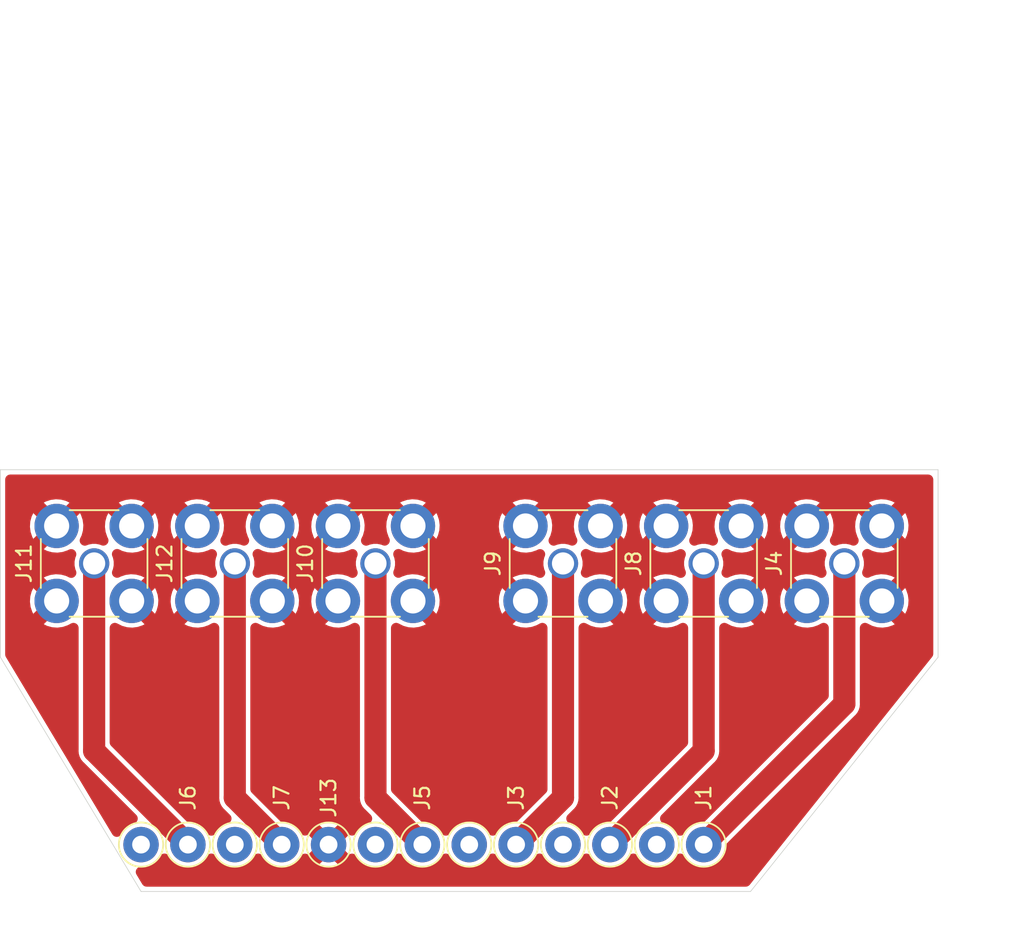
<source format=kicad_pcb>
(kicad_pcb (version 20171130) (host pcbnew "(5.1.9)-1")

  (general
    (thickness 1.6)
    (drawings 8)
    (tracks 12)
    (zones 0)
    (modules 19)
    (nets 8)
  )

  (page A4)
  (layers
    (0 F.Cu signal)
    (31 B.Cu signal)
    (32 B.Adhes user)
    (33 F.Adhes user)
    (34 B.Paste user)
    (35 F.Paste user)
    (36 B.SilkS user)
    (37 F.SilkS user)
    (38 B.Mask user)
    (39 F.Mask user)
    (40 Dwgs.User user)
    (41 Cmts.User user)
    (42 Eco1.User user)
    (43 Eco2.User user)
    (44 Edge.Cuts user)
    (45 Margin user)
    (46 B.CrtYd user hide)
    (47 F.CrtYd user hide)
    (48 B.Fab user)
    (49 F.Fab user hide)
  )

  (setup
    (last_trace_width 0.25)
    (user_trace_width 1.5)
    (trace_clearance 0.2)
    (zone_clearance 0.3)
    (zone_45_only no)
    (trace_min 0.2)
    (via_size 0.8)
    (via_drill 0.4)
    (via_min_size 0.4)
    (via_min_drill 0.3)
    (uvia_size 0.3)
    (uvia_drill 0.1)
    (uvias_allowed no)
    (uvia_min_size 0.2)
    (uvia_min_drill 0.1)
    (edge_width 0.05)
    (segment_width 0.2)
    (pcb_text_width 0.3)
    (pcb_text_size 1.5 1.5)
    (mod_edge_width 0.12)
    (mod_text_size 1 1)
    (mod_text_width 0.15)
    (pad_size 3 3)
    (pad_drill 1.7)
    (pad_to_mask_clearance 0)
    (aux_axis_origin 0 0)
    (visible_elements 7FFFFFFF)
    (pcbplotparams
      (layerselection 0x01000_7fffffff)
      (usegerberextensions false)
      (usegerberattributes true)
      (usegerberadvancedattributes true)
      (creategerberjobfile true)
      (excludeedgelayer true)
      (linewidth 0.100000)
      (plotframeref false)
      (viasonmask false)
      (mode 1)
      (useauxorigin false)
      (hpglpennumber 1)
      (hpglpenspeed 20)
      (hpglpendiameter 15.000000)
      (psnegative false)
      (psa4output false)
      (plotreference true)
      (plotvalue true)
      (plotinvisibletext false)
      (padsonsilk false)
      (subtractmaskfromsilk false)
      (outputformat 1)
      (mirror false)
      (drillshape 0)
      (scaleselection 1)
      (outputdirectory "gerber/"))
  )

  (net 0 "")
  (net 1 "Net-(J1-Pad1)")
  (net 2 "Net-(J2-Pad1)")
  (net 3 "Net-(J3-Pad1)")
  (net 4 GNDA)
  (net 5 "Net-(J10-Pad1)")
  (net 6 "Net-(J11-Pad1)")
  (net 7 "Net-(J12-Pad1)")

  (net_class Default "This is the default net class."
    (clearance 0.2)
    (trace_width 0.25)
    (via_dia 0.8)
    (via_drill 0.4)
    (uvia_dia 0.3)
    (uvia_drill 0.1)
    (add_net GNDA)
    (add_net "Net-(J1-Pad1)")
    (add_net "Net-(J10-Pad1)")
    (add_net "Net-(J11-Pad1)")
    (add_net "Net-(J12-Pad1)")
    (add_net "Net-(J2-Pad1)")
    (add_net "Net-(J3-Pad1)")
  )

  (module Connector_Pin:Pin_D1.0mm_L10.0mm_LooseFit (layer F.Cu) (tedit 619C7805) (tstamp 619C7F3F)
    (at 47.625 98.425 90)
    (descr "solder Pin_ diameter 1.0mm, hole diameter 1.2mm (loose fit), length 10.0mm")
    (tags "solder Pin_ loose fit")
    (path /619D2E48)
    (fp_text reference J2 (at 0 2.25 90) (layer F.SilkS) hide
      (effects (font (size 1 1) (thickness 0.15)))
    )
    (fp_text value Conn_01x01_Male (at 0 -2.05 90) (layer F.Fab)
      (effects (font (size 1 1) (thickness 0.15)))
    )
    (fp_circle (center 0 0) (end 1.7 0) (layer F.CrtYd) (width 0.05))
    (fp_circle (center 0 0) (end 0.5 0) (layer F.Fab) (width 0.12))
    (fp_circle (center 0 0) (end 1.2 0) (layer F.Fab) (width 0.12))
    (fp_circle (center 0 0) (end 1.5 0.05) (layer F.SilkS) (width 0.12))
    (fp_text user %R (at 0 2.25 90) (layer F.Fab)
      (effects (font (size 1 1) (thickness 0.15)))
    )
    (pad 1 thru_hole circle (at 0 0 90) (size 2.4 2.4) (drill 1.2) (layers *.Cu *.Mask))
    (model ${KISYS3DMOD}/Connector_Pin.3dshapes/Pin_D1.0mm_L10.0mm_LooseFit.wrl
      (at (xyz 0 0 0))
      (scale (xyz 1 1 1))
      (rotate (xyz 0 0 0))
    )
  )

  (module Connector_Pin:Pin_D1.0mm_L10.0mm_LooseFit (layer F.Cu) (tedit 619C7805) (tstamp 619C7F3F)
    (at 53.975 98.425 90)
    (descr "solder Pin_ diameter 1.0mm, hole diameter 1.2mm (loose fit), length 10.0mm")
    (tags "solder Pin_ loose fit")
    (path /619D2E48)
    (fp_text reference J2 (at 0 2.25 90) (layer F.SilkS) hide
      (effects (font (size 1 1) (thickness 0.15)))
    )
    (fp_text value Conn_01x01_Male (at 0 -2.05 90) (layer F.Fab)
      (effects (font (size 1 1) (thickness 0.15)))
    )
    (fp_circle (center 0 0) (end 1.7 0) (layer F.CrtYd) (width 0.05))
    (fp_circle (center 0 0) (end 0.5 0) (layer F.Fab) (width 0.12))
    (fp_circle (center 0 0) (end 1.2 0) (layer F.Fab) (width 0.12))
    (fp_circle (center 0 0) (end 1.5 0.05) (layer F.SilkS) (width 0.12))
    (fp_text user %R (at 0 2.25 90) (layer F.Fab)
      (effects (font (size 1 1) (thickness 0.15)))
    )
    (pad 1 thru_hole circle (at 0 0 90) (size 2.4 2.4) (drill 1.2) (layers *.Cu *.Mask))
    (model ${KISYS3DMOD}/Connector_Pin.3dshapes/Pin_D1.0mm_L10.0mm_LooseFit.wrl
      (at (xyz 0 0 0))
      (scale (xyz 1 1 1))
      (rotate (xyz 0 0 0))
    )
  )

  (module Connector_Pin:Pin_D1.0mm_L10.0mm_LooseFit (layer F.Cu) (tedit 619C7805) (tstamp 619C7F3F)
    (at 63.5 98.425 90)
    (descr "solder Pin_ diameter 1.0mm, hole diameter 1.2mm (loose fit), length 10.0mm")
    (tags "solder Pin_ loose fit")
    (path /619D2E48)
    (fp_text reference J2 (at 0 2.25 90) (layer F.SilkS) hide
      (effects (font (size 1 1) (thickness 0.15)))
    )
    (fp_text value Conn_01x01_Male (at 0 -2.05 90) (layer F.Fab)
      (effects (font (size 1 1) (thickness 0.15)))
    )
    (fp_circle (center 0 0) (end 1.7 0) (layer F.CrtYd) (width 0.05))
    (fp_circle (center 0 0) (end 0.5 0) (layer F.Fab) (width 0.12))
    (fp_circle (center 0 0) (end 1.2 0) (layer F.Fab) (width 0.12))
    (fp_circle (center 0 0) (end 1.5 0.05) (layer F.SilkS) (width 0.12))
    (fp_text user %R (at 0 2.25 90) (layer F.Fab)
      (effects (font (size 1 1) (thickness 0.15)))
    )
    (pad 1 thru_hole circle (at 0 0 90) (size 2.4 2.4) (drill 1.2) (layers *.Cu *.Mask))
    (model ${KISYS3DMOD}/Connector_Pin.3dshapes/Pin_D1.0mm_L10.0mm_LooseFit.wrl
      (at (xyz 0 0 0))
      (scale (xyz 1 1 1))
      (rotate (xyz 0 0 0))
    )
  )

  (module Connector_Pin:Pin_D1.0mm_L10.0mm_LooseFit (layer F.Cu) (tedit 619C7805) (tstamp 619C7F3F)
    (at 69.85 98.425 90)
    (descr "solder Pin_ diameter 1.0mm, hole diameter 1.2mm (loose fit), length 10.0mm")
    (tags "solder Pin_ loose fit")
    (path /619D2E48)
    (fp_text reference J2 (at 0 2.25 90) (layer F.SilkS) hide
      (effects (font (size 1 1) (thickness 0.15)))
    )
    (fp_text value Conn_01x01_Male (at 0 -2.05 90) (layer F.Fab)
      (effects (font (size 1 1) (thickness 0.15)))
    )
    (fp_circle (center 0 0) (end 1.7 0) (layer F.CrtYd) (width 0.05))
    (fp_circle (center 0 0) (end 0.5 0) (layer F.Fab) (width 0.12))
    (fp_circle (center 0 0) (end 1.2 0) (layer F.Fab) (width 0.12))
    (fp_circle (center 0 0) (end 1.5 0.05) (layer F.SilkS) (width 0.12))
    (fp_text user %R (at 0 2.25 90) (layer F.Fab)
      (effects (font (size 1 1) (thickness 0.15)))
    )
    (pad 1 thru_hole circle (at 0 0 90) (size 2.4 2.4) (drill 1.2) (layers *.Cu *.Mask))
    (model ${KISYS3DMOD}/Connector_Pin.3dshapes/Pin_D1.0mm_L10.0mm_LooseFit.wrl
      (at (xyz 0 0 0))
      (scale (xyz 1 1 1))
      (rotate (xyz 0 0 0))
    )
  )

  (module Connector_Pin:Pin_D1.0mm_L10.0mm_LooseFit (layer F.Cu) (tedit 619C7805) (tstamp 619C7F3F)
    (at 76.2 98.425 90)
    (descr "solder Pin_ diameter 1.0mm, hole diameter 1.2mm (loose fit), length 10.0mm")
    (tags "solder Pin_ loose fit")
    (path /619D2E48)
    (fp_text reference J2 (at 0 2.25 90) (layer F.SilkS) hide
      (effects (font (size 1 1) (thickness 0.15)))
    )
    (fp_text value Conn_01x01_Male (at 0 -2.05 90) (layer F.Fab)
      (effects (font (size 1 1) (thickness 0.15)))
    )
    (fp_circle (center 0 0) (end 1.7 0) (layer F.CrtYd) (width 0.05))
    (fp_circle (center 0 0) (end 0.5 0) (layer F.Fab) (width 0.12))
    (fp_circle (center 0 0) (end 1.2 0) (layer F.Fab) (width 0.12))
    (fp_circle (center 0 0) (end 1.5 0.05) (layer F.SilkS) (width 0.12))
    (fp_text user %R (at 0 2.25 90) (layer F.Fab)
      (effects (font (size 1 1) (thickness 0.15)))
    )
    (pad 1 thru_hole circle (at 0 0 90) (size 2.4 2.4) (drill 1.2) (layers *.Cu *.Mask))
    (model ${KISYS3DMOD}/Connector_Pin.3dshapes/Pin_D1.0mm_L10.0mm_LooseFit.wrl
      (at (xyz 0 0 0))
      (scale (xyz 1 1 1))
      (rotate (xyz 0 0 0))
    )
  )

  (module Connector_Pin:Pin_D1.0mm_L10.0mm_LooseFit (layer F.Cu) (tedit 619C7805) (tstamp 619C7EBC)
    (at 82.55 98.425 90)
    (descr "solder Pin_ diameter 1.0mm, hole diameter 1.2mm (loose fit), length 10.0mm")
    (tags "solder Pin_ loose fit")
    (path /619D2E48)
    (fp_text reference J2 (at 0 2.25 90) (layer F.SilkS) hide
      (effects (font (size 1 1) (thickness 0.15)))
    )
    (fp_text value Conn_01x01_Male (at 0 -2.05 90) (layer F.Fab)
      (effects (font (size 1 1) (thickness 0.15)))
    )
    (fp_circle (center 0 0) (end 1.7 0) (layer F.CrtYd) (width 0.05))
    (fp_circle (center 0 0) (end 0.5 0) (layer F.Fab) (width 0.12))
    (fp_circle (center 0 0) (end 1.2 0) (layer F.Fab) (width 0.12))
    (fp_circle (center 0 0) (end 1.5 0.05) (layer F.SilkS) (width 0.12))
    (fp_text user %R (at 0 2.25 90) (layer F.Fab)
      (effects (font (size 1 1) (thickness 0.15)))
    )
    (pad 1 thru_hole circle (at 0 0 90) (size 2.4 2.4) (drill 1.2) (layers *.Cu *.Mask))
    (model ${KISYS3DMOD}/Connector_Pin.3dshapes/Pin_D1.0mm_L10.0mm_LooseFit.wrl
      (at (xyz 0 0 0))
      (scale (xyz 1 1 1))
      (rotate (xyz 0 0 0))
    )
  )

  (module Connector_Pin:Pin_D1.0mm_L10.0mm_LooseFit (layer F.Cu) (tedit 5A1DC085) (tstamp 619C7DE0)
    (at 60.325 98.425 90)
    (descr "solder Pin_ diameter 1.0mm, hole diameter 1.2mm (loose fit), length 10.0mm")
    (tags "solder Pin_ loose fit")
    (path /619D9124)
    (fp_text reference J13 (at 3.175 0 90) (layer F.SilkS)
      (effects (font (size 1 1) (thickness 0.15)))
    )
    (fp_text value Conn_01x01_Male (at 0 -2.05 90) (layer F.Fab)
      (effects (font (size 1 1) (thickness 0.15)))
    )
    (fp_circle (center 0 0) (end 1.7 0) (layer F.CrtYd) (width 0.05))
    (fp_circle (center 0 0) (end 0.5 0) (layer F.Fab) (width 0.12))
    (fp_circle (center 0 0) (end 1.2 0) (layer F.Fab) (width 0.12))
    (fp_circle (center 0 0) (end 1.5 0.05) (layer F.SilkS) (width 0.12))
    (fp_text user %R (at 0 2.25 90) (layer F.Fab)
      (effects (font (size 1 1) (thickness 0.15)))
    )
    (pad 1 thru_hole circle (at 0 0 90) (size 2.4 2.4) (drill 1.2) (layers *.Cu *.Mask)
      (net 4 GNDA))
    (model ${KISYS3DMOD}/Connector_Pin.3dshapes/Pin_D1.0mm_L10.0mm_LooseFit.wrl
      (at (xyz 0 0 0))
      (scale (xyz 1 1 1))
      (rotate (xyz 0 0 0))
    )
  )

  (module Connector_Coaxial:SMA_Amphenol_132291-12_Vertical (layer F.Cu) (tedit 619C7B93) (tstamp 619C796E)
    (at 53.975 79.375 90)
    (descr https://www.amphenolrf.com/downloads/dl/file/id/1688/product/3020/132291_12_customer_drawing.pdf)
    (tags "SMA THT Female Jack Vertical Bulkhead")
    (path /619D531F)
    (fp_text reference J12 (at 0 -4.75 90) (layer F.SilkS)
      (effects (font (size 1 1) (thickness 0.15)))
    )
    (fp_text value Conn_Coaxial (at 0 5 90) (layer F.Fab)
      (effects (font (size 1 1) (thickness 0.15)))
    )
    (fp_circle (center 0 0) (end 3.175 0) (layer F.Fab) (width 0.1))
    (fp_line (start 4.17 4.17) (end -4.17 4.17) (layer F.CrtYd) (width 0.05))
    (fp_line (start 4.17 4.17) (end 4.17 -4.17) (layer F.CrtYd) (width 0.05))
    (fp_line (start -4.17 -4.17) (end -4.17 4.17) (layer F.CrtYd) (width 0.05))
    (fp_line (start -4.17 -4.17) (end 4.17 -4.17) (layer F.CrtYd) (width 0.05))
    (fp_line (start -3.5 -3.5) (end 3.5 -3.5) (layer F.Fab) (width 0.1))
    (fp_line (start -3.5 -3.5) (end -3.5 3.5) (layer F.Fab) (width 0.1))
    (fp_line (start -3.5 3.5) (end 3.5 3.5) (layer F.Fab) (width 0.1))
    (fp_line (start 3.5 -3.5) (end 3.5 3.5) (layer F.Fab) (width 0.1))
    (fp_line (start 3.61 -1.66) (end 3.61 1.66) (layer F.SilkS) (width 0.12))
    (fp_line (start -3.61 -1.66) (end -3.61 1.66) (layer F.SilkS) (width 0.12))
    (fp_line (start 1.66 -3.61) (end -1.66 -3.61) (layer F.SilkS) (width 0.12))
    (fp_line (start 1.66 3.61) (end -1.66 3.61) (layer F.SilkS) (width 0.12))
    (fp_text user %R (at 0 0 90) (layer F.Fab)
      (effects (font (size 1 1) (thickness 0.15)))
    )
    (pad 2 thru_hole circle (at -2.54 2.54 90) (size 3 3) (drill 1.7) (layers *.Cu *.Mask)
      (net 4 GNDA))
    (pad 2 thru_hole circle (at -2.54 -2.54 90) (size 3 3) (drill 1.7) (layers *.Cu *.Mask)
      (net 4 GNDA))
    (pad 2 thru_hole circle (at 2.54 -2.54 90) (size 3 3) (drill 1.7) (layers *.Cu *.Mask)
      (net 4 GNDA))
    (pad 2 thru_hole circle (at 2.54 2.54 90) (size 3 3) (drill 1.7) (layers *.Cu *.Mask)
      (net 4 GNDA))
    (pad 1 thru_hole circle (at 0 0 90) (size 2.05 2.05) (drill 1.5) (layers *.Cu *.Mask)
      (net 7 "Net-(J12-Pad1)"))
    (model ${KISYS3DMOD}/Connector_Coaxial.3dshapes/SMA_Amphenol_132291-12_Vertical.wrl
      (at (xyz 0 0 0))
      (scale (xyz 1 1 1))
      (rotate (xyz 0 0 0))
    )
  )

  (module Connector_Coaxial:SMA_Amphenol_132291-12_Vertical (layer F.Cu) (tedit 619C7B67) (tstamp 619C7957)
    (at 44.45 79.375 90)
    (descr https://www.amphenolrf.com/downloads/dl/file/id/1688/product/3020/132291_12_customer_drawing.pdf)
    (tags "SMA THT Female Jack Vertical Bulkhead")
    (path /619D530D)
    (fp_text reference J11 (at 0 -4.75 90) (layer F.SilkS)
      (effects (font (size 1 1) (thickness 0.15)))
    )
    (fp_text value Conn_Coaxial (at 0 5 90) (layer F.Fab)
      (effects (font (size 1 1) (thickness 0.15)))
    )
    (fp_circle (center 0 0) (end 3.175 0) (layer F.Fab) (width 0.1))
    (fp_line (start 4.17 4.17) (end -4.17 4.17) (layer F.CrtYd) (width 0.05))
    (fp_line (start 4.17 4.17) (end 4.17 -4.17) (layer F.CrtYd) (width 0.05))
    (fp_line (start -4.17 -4.17) (end -4.17 4.17) (layer F.CrtYd) (width 0.05))
    (fp_line (start -4.17 -4.17) (end 4.17 -4.17) (layer F.CrtYd) (width 0.05))
    (fp_line (start -3.5 -3.5) (end 3.5 -3.5) (layer F.Fab) (width 0.1))
    (fp_line (start -3.5 -3.5) (end -3.5 3.5) (layer F.Fab) (width 0.1))
    (fp_line (start -3.5 3.5) (end 3.5 3.5) (layer F.Fab) (width 0.1))
    (fp_line (start 3.5 -3.5) (end 3.5 3.5) (layer F.Fab) (width 0.1))
    (fp_line (start 3.61 -1.66) (end 3.61 1.66) (layer F.SilkS) (width 0.12))
    (fp_line (start -3.61 -1.66) (end -3.61 1.66) (layer F.SilkS) (width 0.12))
    (fp_line (start 1.66 -3.61) (end -1.66 -3.61) (layer F.SilkS) (width 0.12))
    (fp_line (start 1.66 3.61) (end -1.66 3.61) (layer F.SilkS) (width 0.12))
    (fp_text user %R (at 0 0 90) (layer F.Fab)
      (effects (font (size 1 1) (thickness 0.15)))
    )
    (pad 2 thru_hole circle (at -2.54 2.54 90) (size 3 3) (drill 1.7) (layers *.Cu *.Mask)
      (net 4 GNDA))
    (pad 2 thru_hole circle (at -2.54 -2.54 90) (size 3 3) (drill 1.7) (layers *.Cu *.Mask)
      (net 4 GNDA))
    (pad 2 thru_hole circle (at 2.54 -2.54 90) (size 3 3) (drill 1.7) (layers *.Cu *.Mask)
      (net 4 GNDA))
    (pad 2 thru_hole circle (at 2.54 2.54 90) (size 3 3) (drill 1.7) (layers *.Cu *.Mask)
      (net 4 GNDA))
    (pad 1 thru_hole circle (at 0 0 90) (size 2.05 2.05) (drill 1.5) (layers *.Cu *.Mask)
      (net 6 "Net-(J11-Pad1)"))
    (model ${KISYS3DMOD}/Connector_Coaxial.3dshapes/SMA_Amphenol_132291-12_Vertical.wrl
      (at (xyz 0 0 0))
      (scale (xyz 1 1 1))
      (rotate (xyz 0 0 0))
    )
  )

  (module Connector_Coaxial:SMA_Amphenol_132291-12_Vertical (layer F.Cu) (tedit 619C7BA6) (tstamp 619C7940)
    (at 63.5 79.375 90)
    (descr https://www.amphenolrf.com/downloads/dl/file/id/1688/product/3020/132291_12_customer_drawing.pdf)
    (tags "SMA THT Female Jack Vertical Bulkhead")
    (path /619D52FB)
    (fp_text reference J10 (at 0 -4.75 90) (layer F.SilkS)
      (effects (font (size 1 1) (thickness 0.15)))
    )
    (fp_text value Conn_Coaxial (at 0 5 90) (layer F.Fab)
      (effects (font (size 1 1) (thickness 0.15)))
    )
    (fp_circle (center 0 0) (end 3.175 0) (layer F.Fab) (width 0.1))
    (fp_line (start 4.17 4.17) (end -4.17 4.17) (layer F.CrtYd) (width 0.05))
    (fp_line (start 4.17 4.17) (end 4.17 -4.17) (layer F.CrtYd) (width 0.05))
    (fp_line (start -4.17 -4.17) (end -4.17 4.17) (layer F.CrtYd) (width 0.05))
    (fp_line (start -4.17 -4.17) (end 4.17 -4.17) (layer F.CrtYd) (width 0.05))
    (fp_line (start -3.5 -3.5) (end 3.5 -3.5) (layer F.Fab) (width 0.1))
    (fp_line (start -3.5 -3.5) (end -3.5 3.5) (layer F.Fab) (width 0.1))
    (fp_line (start -3.5 3.5) (end 3.5 3.5) (layer F.Fab) (width 0.1))
    (fp_line (start 3.5 -3.5) (end 3.5 3.5) (layer F.Fab) (width 0.1))
    (fp_line (start 3.61 -1.66) (end 3.61 1.66) (layer F.SilkS) (width 0.12))
    (fp_line (start -3.61 -1.66) (end -3.61 1.66) (layer F.SilkS) (width 0.12))
    (fp_line (start 1.66 -3.61) (end -1.66 -3.61) (layer F.SilkS) (width 0.12))
    (fp_line (start 1.66 3.61) (end -1.66 3.61) (layer F.SilkS) (width 0.12))
    (fp_text user %R (at 0 0 90) (layer F.Fab)
      (effects (font (size 1 1) (thickness 0.15)))
    )
    (pad 2 thru_hole circle (at -2.54 2.54 90) (size 3 3) (drill 1.7) (layers *.Cu *.Mask)
      (net 4 GNDA))
    (pad 2 thru_hole circle (at -2.54 -2.54 90) (size 3 3) (drill 1.7) (layers *.Cu *.Mask)
      (net 4 GNDA))
    (pad 2 thru_hole circle (at 2.54 -2.54 90) (size 3 3) (drill 1.7) (layers *.Cu *.Mask)
      (net 4 GNDA))
    (pad 2 thru_hole circle (at 2.54 2.54 90) (size 3 3) (drill 1.7) (layers *.Cu *.Mask)
      (net 4 GNDA))
    (pad 1 thru_hole circle (at 0 0 90) (size 2.05 2.05) (drill 1.5) (layers *.Cu *.Mask)
      (net 5 "Net-(J10-Pad1)"))
    (model ${KISYS3DMOD}/Connector_Coaxial.3dshapes/SMA_Amphenol_132291-12_Vertical.wrl
      (at (xyz 0 0 0))
      (scale (xyz 1 1 1))
      (rotate (xyz 0 0 0))
    )
  )

  (module Connector_Coaxial:SMA_Amphenol_132291-12_Vertical (layer F.Cu) (tedit 619C7BB7) (tstamp 619C7929)
    (at 76.2 79.375 90)
    (descr https://www.amphenolrf.com/downloads/dl/file/id/1688/product/3020/132291_12_customer_drawing.pdf)
    (tags "SMA THT Female Jack Vertical Bulkhead")
    (path /619D39E8)
    (fp_text reference J9 (at 0 -4.75 90) (layer F.SilkS)
      (effects (font (size 1 1) (thickness 0.15)))
    )
    (fp_text value Conn_Coaxial (at 0 5 90) (layer F.Fab)
      (effects (font (size 1 1) (thickness 0.15)))
    )
    (fp_circle (center 0 0) (end 3.175 0) (layer F.Fab) (width 0.1))
    (fp_line (start 4.17 4.17) (end -4.17 4.17) (layer F.CrtYd) (width 0.05))
    (fp_line (start 4.17 4.17) (end 4.17 -4.17) (layer F.CrtYd) (width 0.05))
    (fp_line (start -4.17 -4.17) (end -4.17 4.17) (layer F.CrtYd) (width 0.05))
    (fp_line (start -4.17 -4.17) (end 4.17 -4.17) (layer F.CrtYd) (width 0.05))
    (fp_line (start -3.5 -3.5) (end 3.5 -3.5) (layer F.Fab) (width 0.1))
    (fp_line (start -3.5 -3.5) (end -3.5 3.5) (layer F.Fab) (width 0.1))
    (fp_line (start -3.5 3.5) (end 3.5 3.5) (layer F.Fab) (width 0.1))
    (fp_line (start 3.5 -3.5) (end 3.5 3.5) (layer F.Fab) (width 0.1))
    (fp_line (start 3.61 -1.66) (end 3.61 1.66) (layer F.SilkS) (width 0.12))
    (fp_line (start -3.61 -1.66) (end -3.61 1.66) (layer F.SilkS) (width 0.12))
    (fp_line (start 1.66 -3.61) (end -1.66 -3.61) (layer F.SilkS) (width 0.12))
    (fp_line (start 1.66 3.61) (end -1.66 3.61) (layer F.SilkS) (width 0.12))
    (fp_text user %R (at 0 0 90) (layer F.Fab)
      (effects (font (size 1 1) (thickness 0.15)))
    )
    (pad 2 thru_hole circle (at -2.54 2.54 90) (size 3 3) (drill 1.7) (layers *.Cu *.Mask)
      (net 4 GNDA))
    (pad 2 thru_hole circle (at -2.54 -2.54 90) (size 3 3) (drill 1.7) (layers *.Cu *.Mask)
      (net 4 GNDA))
    (pad 2 thru_hole circle (at 2.54 -2.54 90) (size 3 3) (drill 1.7) (layers *.Cu *.Mask)
      (net 4 GNDA))
    (pad 2 thru_hole circle (at 2.54 2.54 90) (size 3 3) (drill 1.7) (layers *.Cu *.Mask)
      (net 4 GNDA))
    (pad 1 thru_hole circle (at 0 0 90) (size 2.05 2.05) (drill 1.5) (layers *.Cu *.Mask)
      (net 3 "Net-(J3-Pad1)"))
    (model ${KISYS3DMOD}/Connector_Coaxial.3dshapes/SMA_Amphenol_132291-12_Vertical.wrl
      (at (xyz 0 0 0))
      (scale (xyz 1 1 1))
      (rotate (xyz 0 0 0))
    )
  )

  (module Connector_Coaxial:SMA_Amphenol_132291-12_Vertical (layer F.Cu) (tedit 619C7BC7) (tstamp 619C7912)
    (at 85.725 79.375 90)
    (descr https://www.amphenolrf.com/downloads/dl/file/id/1688/product/3020/132291_12_customer_drawing.pdf)
    (tags "SMA THT Female Jack Vertical Bulkhead")
    (path /619D2E3C)
    (fp_text reference J8 (at 0 -4.75 90) (layer F.SilkS)
      (effects (font (size 1 1) (thickness 0.15)))
    )
    (fp_text value Conn_Coaxial (at 0 5 90) (layer F.Fab)
      (effects (font (size 1 1) (thickness 0.15)))
    )
    (fp_circle (center 0 0) (end 3.175 0) (layer F.Fab) (width 0.1))
    (fp_line (start 4.17 4.17) (end -4.17 4.17) (layer F.CrtYd) (width 0.05))
    (fp_line (start 4.17 4.17) (end 4.17 -4.17) (layer F.CrtYd) (width 0.05))
    (fp_line (start -4.17 -4.17) (end -4.17 4.17) (layer F.CrtYd) (width 0.05))
    (fp_line (start -4.17 -4.17) (end 4.17 -4.17) (layer F.CrtYd) (width 0.05))
    (fp_line (start -3.5 -3.5) (end 3.5 -3.5) (layer F.Fab) (width 0.1))
    (fp_line (start -3.5 -3.5) (end -3.5 3.5) (layer F.Fab) (width 0.1))
    (fp_line (start -3.5 3.5) (end 3.5 3.5) (layer F.Fab) (width 0.1))
    (fp_line (start 3.5 -3.5) (end 3.5 3.5) (layer F.Fab) (width 0.1))
    (fp_line (start 3.61 -1.66) (end 3.61 1.66) (layer F.SilkS) (width 0.12))
    (fp_line (start -3.61 -1.66) (end -3.61 1.66) (layer F.SilkS) (width 0.12))
    (fp_line (start 1.66 -3.61) (end -1.66 -3.61) (layer F.SilkS) (width 0.12))
    (fp_line (start 1.66 3.61) (end -1.66 3.61) (layer F.SilkS) (width 0.12))
    (fp_text user %R (at 0 0 90) (layer F.Fab)
      (effects (font (size 1 1) (thickness 0.15)))
    )
    (pad 2 thru_hole circle (at -2.54 2.54 90) (size 3 3) (drill 1.7) (layers *.Cu *.Mask)
      (net 4 GNDA))
    (pad 2 thru_hole circle (at -2.54 -2.54 90) (size 3 3) (drill 1.7) (layers *.Cu *.Mask)
      (net 4 GNDA))
    (pad 2 thru_hole circle (at 2.54 -2.54 90) (size 3 3) (drill 1.7) (layers *.Cu *.Mask)
      (net 4 GNDA))
    (pad 2 thru_hole circle (at 2.54 2.54 90) (size 3 3) (drill 1.7) (layers *.Cu *.Mask)
      (net 4 GNDA))
    (pad 1 thru_hole circle (at 0 0 90) (size 2.05 2.05) (drill 1.5) (layers *.Cu *.Mask)
      (net 2 "Net-(J2-Pad1)"))
    (model ${KISYS3DMOD}/Connector_Coaxial.3dshapes/SMA_Amphenol_132291-12_Vertical.wrl
      (at (xyz 0 0 0))
      (scale (xyz 1 1 1))
      (rotate (xyz 0 0 0))
    )
  )

  (module Connector_Pin:Pin_D1.0mm_L10.0mm_LooseFit (layer F.Cu) (tedit 5A1DC085) (tstamp 619C78FB)
    (at 57.15 98.425 90)
    (descr "solder Pin_ diameter 1.0mm, hole diameter 1.2mm (loose fit), length 10.0mm")
    (tags "solder Pin_ loose fit")
    (path /619D532B)
    (fp_text reference J7 (at 3.175 0 90) (layer F.SilkS)
      (effects (font (size 1 1) (thickness 0.15)))
    )
    (fp_text value Conn_01x01_Male (at 0 -2.05 90) (layer F.Fab)
      (effects (font (size 1 1) (thickness 0.15)))
    )
    (fp_circle (center 0 0) (end 1.7 0) (layer F.CrtYd) (width 0.05))
    (fp_circle (center 0 0) (end 0.5 0) (layer F.Fab) (width 0.12))
    (fp_circle (center 0 0) (end 1.2 0) (layer F.Fab) (width 0.12))
    (fp_circle (center 0 0) (end 1.5 0.05) (layer F.SilkS) (width 0.12))
    (fp_text user %R (at 0 2.25 90) (layer F.Fab)
      (effects (font (size 1 1) (thickness 0.15)))
    )
    (pad 1 thru_hole circle (at 0 0 90) (size 2.4 2.4) (drill 1.2) (layers *.Cu *.Mask)
      (net 7 "Net-(J12-Pad1)"))
    (model ${KISYS3DMOD}/Connector_Pin.3dshapes/Pin_D1.0mm_L10.0mm_LooseFit.wrl
      (at (xyz 0 0 0))
      (scale (xyz 1 1 1))
      (rotate (xyz 0 0 0))
    )
  )

  (module Connector_Pin:Pin_D1.0mm_L10.0mm_LooseFit (layer F.Cu) (tedit 5A1DC085) (tstamp 619C78F1)
    (at 50.8 98.425 90)
    (descr "solder Pin_ diameter 1.0mm, hole diameter 1.2mm (loose fit), length 10.0mm")
    (tags "solder Pin_ loose fit")
    (path /619D5319)
    (fp_text reference J6 (at 3.175 0 90) (layer F.SilkS)
      (effects (font (size 1 1) (thickness 0.15)))
    )
    (fp_text value Conn_01x01_Male (at 0 -2.05 90) (layer F.Fab)
      (effects (font (size 1 1) (thickness 0.15)))
    )
    (fp_circle (center 0 0) (end 1.7 0) (layer F.CrtYd) (width 0.05))
    (fp_circle (center 0 0) (end 0.5 0) (layer F.Fab) (width 0.12))
    (fp_circle (center 0 0) (end 1.2 0) (layer F.Fab) (width 0.12))
    (fp_circle (center 0 0) (end 1.5 0.05) (layer F.SilkS) (width 0.12))
    (fp_text user %R (at 0 2.25 90) (layer F.Fab)
      (effects (font (size 1 1) (thickness 0.15)))
    )
    (pad 1 thru_hole circle (at 0 0 90) (size 2.4 2.4) (drill 1.2) (layers *.Cu *.Mask)
      (net 6 "Net-(J11-Pad1)"))
    (model ${KISYS3DMOD}/Connector_Pin.3dshapes/Pin_D1.0mm_L10.0mm_LooseFit.wrl
      (at (xyz 0 0 0))
      (scale (xyz 1 1 1))
      (rotate (xyz 0 0 0))
    )
  )

  (module Connector_Pin:Pin_D1.0mm_L10.0mm_LooseFit (layer F.Cu) (tedit 5A1DC085) (tstamp 619C78E7)
    (at 66.675 98.425 90)
    (descr "solder Pin_ diameter 1.0mm, hole diameter 1.2mm (loose fit), length 10.0mm")
    (tags "solder Pin_ loose fit")
    (path /619D5307)
    (fp_text reference J5 (at 3.175 0 90) (layer F.SilkS)
      (effects (font (size 1 1) (thickness 0.15)))
    )
    (fp_text value Conn_01x01_Male (at 0 -2.05 90) (layer F.Fab)
      (effects (font (size 1 1) (thickness 0.15)))
    )
    (fp_circle (center 0 0) (end 1.7 0) (layer F.CrtYd) (width 0.05))
    (fp_circle (center 0 0) (end 0.5 0) (layer F.Fab) (width 0.12))
    (fp_circle (center 0 0) (end 1.2 0) (layer F.Fab) (width 0.12))
    (fp_circle (center 0 0) (end 1.5 0.05) (layer F.SilkS) (width 0.12))
    (fp_text user %R (at 0 2.25 90) (layer F.Fab)
      (effects (font (size 1 1) (thickness 0.15)))
    )
    (pad 1 thru_hole circle (at 0 0 90) (size 2.4 2.4) (drill 1.2) (layers *.Cu *.Mask)
      (net 5 "Net-(J10-Pad1)"))
    (model ${KISYS3DMOD}/Connector_Pin.3dshapes/Pin_D1.0mm_L10.0mm_LooseFit.wrl
      (at (xyz 0 0 0))
      (scale (xyz 1 1 1))
      (rotate (xyz 0 0 0))
    )
  )

  (module Connector_Coaxial:SMA_Amphenol_132291-12_Vertical (layer F.Cu) (tedit 619C7BDE) (tstamp 619C78DD)
    (at 95.25 79.375 90)
    (descr https://www.amphenolrf.com/downloads/dl/file/id/1688/product/3020/132291_12_customer_drawing.pdf)
    (tags "SMA THT Female Jack Vertical Bulkhead")
    (path /619C7626)
    (fp_text reference J4 (at 0 -4.75 90) (layer F.SilkS)
      (effects (font (size 1 1) (thickness 0.15)))
    )
    (fp_text value Conn_Coaxial (at 0 5 90) (layer F.Fab)
      (effects (font (size 1 1) (thickness 0.15)))
    )
    (fp_circle (center 0 0) (end 3.175 0) (layer F.Fab) (width 0.1))
    (fp_line (start 4.17 4.17) (end -4.17 4.17) (layer F.CrtYd) (width 0.05))
    (fp_line (start 4.17 4.17) (end 4.17 -4.17) (layer F.CrtYd) (width 0.05))
    (fp_line (start -4.17 -4.17) (end -4.17 4.17) (layer F.CrtYd) (width 0.05))
    (fp_line (start -4.17 -4.17) (end 4.17 -4.17) (layer F.CrtYd) (width 0.05))
    (fp_line (start -3.5 -3.5) (end 3.5 -3.5) (layer F.Fab) (width 0.1))
    (fp_line (start -3.5 -3.5) (end -3.5 3.5) (layer F.Fab) (width 0.1))
    (fp_line (start -3.5 3.5) (end 3.5 3.5) (layer F.Fab) (width 0.1))
    (fp_line (start 3.5 -3.5) (end 3.5 3.5) (layer F.Fab) (width 0.1))
    (fp_line (start 3.61 -1.66) (end 3.61 1.66) (layer F.SilkS) (width 0.12))
    (fp_line (start -3.61 -1.66) (end -3.61 1.66) (layer F.SilkS) (width 0.12))
    (fp_line (start 1.66 -3.61) (end -1.66 -3.61) (layer F.SilkS) (width 0.12))
    (fp_line (start 1.66 3.61) (end -1.66 3.61) (layer F.SilkS) (width 0.12))
    (fp_text user %R (at 0 0 90) (layer F.Fab)
      (effects (font (size 1 1) (thickness 0.15)))
    )
    (pad 2 thru_hole circle (at -2.54 2.54 90) (size 3 3) (drill 1.7) (layers *.Cu *.Mask)
      (net 4 GNDA))
    (pad 2 thru_hole circle (at -2.54 -2.54 90) (size 3 3) (drill 1.7) (layers *.Cu *.Mask)
      (net 4 GNDA))
    (pad 2 thru_hole circle (at 2.54 -2.54 90) (size 3 3) (drill 1.7) (layers *.Cu *.Mask)
      (net 4 GNDA))
    (pad 2 thru_hole circle (at 2.54 2.54 90) (size 3 3) (drill 1.7) (layers *.Cu *.Mask)
      (net 4 GNDA))
    (pad 1 thru_hole circle (at 0 0 90) (size 2.05 2.05) (drill 1.5) (layers *.Cu *.Mask)
      (net 1 "Net-(J1-Pad1)"))
    (model ${KISYS3DMOD}/Connector_Coaxial.3dshapes/SMA_Amphenol_132291-12_Vertical.wrl
      (at (xyz 0 0 0))
      (scale (xyz 1 1 1))
      (rotate (xyz 0 0 0))
    )
  )

  (module Connector_Pin:Pin_D1.0mm_L10.0mm_LooseFit (layer F.Cu) (tedit 5A1DC085) (tstamp 619C78C6)
    (at 73.025 98.425 90)
    (descr "solder Pin_ diameter 1.0mm, hole diameter 1.2mm (loose fit), length 10.0mm")
    (tags "solder Pin_ loose fit")
    (path /619D39F4)
    (fp_text reference J3 (at 3.175 0 90) (layer F.SilkS)
      (effects (font (size 1 1) (thickness 0.15)))
    )
    (fp_text value Conn_01x01_Male (at 0 -2.05 90) (layer F.Fab)
      (effects (font (size 1 1) (thickness 0.15)))
    )
    (fp_circle (center 0 0) (end 1.7 0) (layer F.CrtYd) (width 0.05))
    (fp_circle (center 0 0) (end 0.5 0) (layer F.Fab) (width 0.12))
    (fp_circle (center 0 0) (end 1.2 0) (layer F.Fab) (width 0.12))
    (fp_circle (center 0 0) (end 1.5 0.05) (layer F.SilkS) (width 0.12))
    (fp_text user %R (at 0 2.25 90) (layer F.Fab)
      (effects (font (size 1 1) (thickness 0.15)))
    )
    (pad 1 thru_hole circle (at 0 0 90) (size 2.4 2.4) (drill 1.2) (layers *.Cu *.Mask)
      (net 3 "Net-(J3-Pad1)"))
    (model ${KISYS3DMOD}/Connector_Pin.3dshapes/Pin_D1.0mm_L10.0mm_LooseFit.wrl
      (at (xyz 0 0 0))
      (scale (xyz 1 1 1))
      (rotate (xyz 0 0 0))
    )
  )

  (module Connector_Pin:Pin_D1.0mm_L10.0mm_LooseFit (layer F.Cu) (tedit 5A1DC085) (tstamp 619C78BC)
    (at 79.375 98.425 90)
    (descr "solder Pin_ diameter 1.0mm, hole diameter 1.2mm (loose fit), length 10.0mm")
    (tags "solder Pin_ loose fit")
    (path /619D2E48)
    (fp_text reference J2 (at 3.175 0 90) (layer F.SilkS)
      (effects (font (size 1 1) (thickness 0.15)))
    )
    (fp_text value Conn_01x01_Male (at 0 -2.05 90) (layer F.Fab)
      (effects (font (size 1 1) (thickness 0.15)))
    )
    (fp_circle (center 0 0) (end 1.7 0) (layer F.CrtYd) (width 0.05))
    (fp_circle (center 0 0) (end 0.5 0) (layer F.Fab) (width 0.12))
    (fp_circle (center 0 0) (end 1.2 0) (layer F.Fab) (width 0.12))
    (fp_circle (center 0 0) (end 1.5 0.05) (layer F.SilkS) (width 0.12))
    (fp_text user %R (at 0 2.25 90) (layer F.Fab)
      (effects (font (size 1 1) (thickness 0.15)))
    )
    (pad 1 thru_hole circle (at 0 0 90) (size 2.4 2.4) (drill 1.2) (layers *.Cu *.Mask)
      (net 2 "Net-(J2-Pad1)"))
    (model ${KISYS3DMOD}/Connector_Pin.3dshapes/Pin_D1.0mm_L10.0mm_LooseFit.wrl
      (at (xyz 0 0 0))
      (scale (xyz 1 1 1))
      (rotate (xyz 0 0 0))
    )
  )

  (module Connector_Pin:Pin_D1.0mm_L10.0mm_LooseFit (layer F.Cu) (tedit 5A1DC085) (tstamp 619C78B2)
    (at 85.725 98.425 90)
    (descr "solder Pin_ diameter 1.0mm, hole diameter 1.2mm (loose fit), length 10.0mm")
    (tags "solder Pin_ loose fit")
    (path /619CCBC5)
    (fp_text reference J1 (at 3.175 0 90) (layer F.SilkS)
      (effects (font (size 1 1) (thickness 0.15)))
    )
    (fp_text value Conn_01x01_Male (at 0 -2.05 90) (layer F.Fab)
      (effects (font (size 1 1) (thickness 0.15)))
    )
    (fp_circle (center 0 0) (end 1.7 0) (layer F.CrtYd) (width 0.05))
    (fp_circle (center 0 0) (end 0.5 0) (layer F.Fab) (width 0.12))
    (fp_circle (center 0 0) (end 1.2 0) (layer F.Fab) (width 0.12))
    (fp_circle (center 0 0) (end 1.5 0.05) (layer F.SilkS) (width 0.12))
    (fp_text user %R (at 0 2.25 90) (layer F.Fab)
      (effects (font (size 1 1) (thickness 0.15)))
    )
    (pad 1 thru_hole circle (at 0 0 90) (size 2.4 2.4) (drill 1.2) (layers *.Cu *.Mask)
      (net 1 "Net-(J1-Pad1)"))
    (model ${KISYS3DMOD}/Connector_Pin.3dshapes/Pin_D1.0mm_L10.0mm_LooseFit.wrl
      (at (xyz 0 0 0))
      (scale (xyz 1 1 1))
      (rotate (xyz 0 0 0))
    )
  )

  (dimension 28.575 (width 0.15) (layer Dwgs.User)
    (gr_text "1.1250 \"" (at 106.075 87.3125 90) (layer Dwgs.User)
      (effects (font (size 1 1) (thickness 0.15)))
    )
    (feature1 (pts (xy 92.075 73.025) (xy 105.361421 73.025)))
    (feature2 (pts (xy 92.075 101.6) (xy 105.361421 101.6)))
    (crossbar (pts (xy 104.775 101.6) (xy 104.775 73.025)))
    (arrow1a (pts (xy 104.775 73.025) (xy 105.361421 74.151504)))
    (arrow1b (pts (xy 104.775 73.025) (xy 104.188579 74.151504)))
    (arrow2a (pts (xy 104.775 101.6) (xy 105.361421 100.473496)))
    (arrow2b (pts (xy 104.775 101.6) (xy 104.188579 100.473496)))
  )
  (dimension 63.5 (width 0.15) (layer Dwgs.User)
    (gr_text "63.500 мм" (at 99.725 73.025 90) (layer Dwgs.User)
      (effects (font (size 1 1) (thickness 0.15)))
    )
    (feature1 (pts (xy 76.2 41.275) (xy 99.011421 41.275)))
    (feature2 (pts (xy 76.2 104.775) (xy 99.011421 104.775)))
    (crossbar (pts (xy 98.425 104.775) (xy 98.425 41.275)))
    (arrow1a (pts (xy 98.425 41.275) (xy 99.011421 42.401504)))
    (arrow1b (pts (xy 98.425 41.275) (xy 97.838579 42.401504)))
    (arrow2a (pts (xy 98.425 104.775) (xy 99.011421 103.648496)))
    (arrow2b (pts (xy 98.425 104.775) (xy 97.838579 103.648496)))
  )
  (gr_line (start 38.1 85.725) (end 47.625 101.6) (layer Edge.Cuts) (width 0.05) (tstamp 619C863A))
  (gr_line (start 38.1 73.025) (end 38.1 85.725) (layer Edge.Cuts) (width 0.05))
  (gr_line (start 101.6 73.025) (end 38.1 73.025) (layer Edge.Cuts) (width 0.05))
  (gr_line (start 101.6 85.725) (end 101.6 73.025) (layer Edge.Cuts) (width 0.05))
  (gr_line (start 88.9 101.6) (end 101.6 85.725) (layer Edge.Cuts) (width 0.05))
  (gr_line (start 47.625 101.6) (end 88.9 101.6) (layer Edge.Cuts) (width 0.05))

  (segment (start 95.25 88.9) (end 85.725 98.425) (width 1.5) (layer F.Cu) (net 1))
  (segment (start 95.25 79.375) (end 95.25 88.9) (width 1.5) (layer F.Cu) (net 1))
  (segment (start 85.725 92.075) (end 85.725 79.375) (width 1.5) (layer F.Cu) (net 2))
  (segment (start 79.375 98.425) (end 85.725 92.075) (width 1.5) (layer F.Cu) (net 2))
  (segment (start 76.2 95.25) (end 76.2 79.375) (width 1.5) (layer F.Cu) (net 3))
  (segment (start 73.025 98.425) (end 76.2 95.25) (width 1.5) (layer F.Cu) (net 3))
  (segment (start 63.5 95.25) (end 63.5 79.375) (width 1.5) (layer F.Cu) (net 5))
  (segment (start 66.675 98.425) (end 63.5 95.25) (width 1.5) (layer F.Cu) (net 5))
  (segment (start 44.45 92.075) (end 50.8 98.425) (width 1.5) (layer F.Cu) (net 6))
  (segment (start 44.45 79.375) (end 44.45 92.075) (width 1.5) (layer F.Cu) (net 6))
  (segment (start 53.975 95.25) (end 53.975 79.375) (width 1.5) (layer F.Cu) (net 7))
  (segment (start 57.15 98.425) (end 53.975 95.25) (width 1.5) (layer F.Cu) (net 7))

  (zone (net 4) (net_name GNDA) (layer F.Cu) (tstamp 0) (hatch edge 0.508)
    (connect_pads (clearance 0.3))
    (min_thickness 0.7)
    (fill yes (arc_segments 32) (thermal_gap 0.3) (thermal_bridge_width 1))
    (polygon
      (pts
        (xy 101.6 73.025) (xy 101.6 85.725) (xy 88.9 101.6) (xy 47.625 101.6) (xy 38.1 85.725)
        (xy 38.1 73.025)
      )
    )
    (filled_polygon
      (pts
        (xy 100.925 85.488223) (xy 88.575579 100.925) (xy 48.007178 100.925) (xy 47.617178 100.275) (xy 47.807209 100.275)
        (xy 48.164625 100.203905) (xy 48.501303 100.064448) (xy 48.804306 99.861989) (xy 49.061989 99.604306) (xy 49.2125 99.379049)
        (xy 49.363011 99.604306) (xy 49.620694 99.861989) (xy 49.923697 100.064448) (xy 50.260375 100.203905) (xy 50.617791 100.275)
        (xy 50.982209 100.275) (xy 51.339625 100.203905) (xy 51.676303 100.064448) (xy 51.979306 99.861989) (xy 52.236989 99.604306)
        (xy 52.3875 99.379049) (xy 52.538011 99.604306) (xy 52.795694 99.861989) (xy 53.098697 100.064448) (xy 53.435375 100.203905)
        (xy 53.792791 100.275) (xy 54.157209 100.275) (xy 54.514625 100.203905) (xy 54.851303 100.064448) (xy 55.154306 99.861989)
        (xy 55.411989 99.604306) (xy 55.5625 99.379049) (xy 55.713011 99.604306) (xy 55.970694 99.861989) (xy 56.273697 100.064448)
        (xy 56.610375 100.203905) (xy 56.967791 100.275) (xy 57.332209 100.275) (xy 57.689625 100.203905) (xy 58.026303 100.064448)
        (xy 58.329306 99.861989) (xy 58.465356 99.725939) (xy 59.236193 99.725939) (xy 59.357252 100.012187) (xy 59.685491 100.170487)
        (xy 60.038307 100.261711) (xy 60.40214 100.28235) (xy 60.76301 100.231612) (xy 61.107046 100.111447) (xy 61.292748 100.012187)
        (xy 61.413807 99.725939) (xy 60.325 98.637132) (xy 59.236193 99.725939) (xy 58.465356 99.725939) (xy 58.586989 99.604306)
        (xy 58.733606 99.384877) (xy 58.737813 99.392748) (xy 59.024061 99.513807) (xy 60.112868 98.425) (xy 59.024061 97.336193)
        (xy 58.737813 97.457252) (xy 58.733845 97.46548) (xy 58.586989 97.245694) (xy 58.465356 97.124061) (xy 59.236193 97.124061)
        (xy 60.325 98.212868) (xy 61.413807 97.124061) (xy 61.292748 96.837813) (xy 60.964509 96.679513) (xy 60.611693 96.588289)
        (xy 60.24786 96.56765) (xy 59.88699 96.618388) (xy 59.542954 96.738553) (xy 59.357252 96.837813) (xy 59.236193 97.124061)
        (xy 58.465356 97.124061) (xy 58.329306 96.988011) (xy 58.026303 96.785552) (xy 57.689625 96.646095) (xy 57.332209 96.575)
        (xy 57.279899 96.575) (xy 55.375 94.670102) (xy 55.375 83.74945) (xy 55.74893 83.935019) (xy 56.157736 84.045658)
        (xy 56.580272 84.074416) (xy 57.000299 84.02019) (xy 57.401676 83.885062) (xy 57.660436 83.746752) (xy 57.817677 83.429809)
        (xy 56.515 82.127132) (xy 56.500858 82.141275) (xy 56.288726 81.929143) (xy 56.302868 81.915) (xy 56.727132 81.915)
        (xy 58.029809 83.217677) (xy 58.346752 83.060436) (xy 58.535019 82.68107) (xy 58.645658 82.272264) (xy 58.665531 81.980272)
        (xy 58.800584 81.980272) (xy 58.85481 82.400299) (xy 58.989938 82.801676) (xy 59.128248 83.060436) (xy 59.445191 83.217677)
        (xy 60.747868 81.915) (xy 59.445191 80.612323) (xy 59.128248 80.769564) (xy 58.939981 81.14893) (xy 58.829342 81.557736)
        (xy 58.800584 81.980272) (xy 58.665531 81.980272) (xy 58.674416 81.849728) (xy 58.62019 81.429701) (xy 58.485062 81.028324)
        (xy 58.346752 80.769564) (xy 58.029809 80.612323) (xy 56.727132 81.915) (xy 56.302868 81.915) (xy 56.288726 81.900858)
        (xy 56.500858 81.688726) (xy 56.515 81.702868) (xy 57.817677 80.400191) (xy 57.660436 80.083248) (xy 57.28107 79.894981)
        (xy 56.872264 79.784342) (xy 56.449728 79.755584) (xy 56.029701 79.80981) (xy 55.628324 79.944938) (xy 55.530208 79.997382)
        (xy 55.585631 79.86358) (xy 55.65 79.539973) (xy 55.65 79.210027) (xy 55.585631 78.88642) (xy 55.527005 78.744885)
        (xy 55.74893 78.855019) (xy 56.157736 78.965658) (xy 56.580272 78.994416) (xy 57.000299 78.94019) (xy 57.401676 78.805062)
        (xy 57.660436 78.666752) (xy 57.817677 78.349809) (xy 59.657323 78.349809) (xy 59.814564 78.666752) (xy 60.19393 78.855019)
        (xy 60.602736 78.965658) (xy 61.025272 78.994416) (xy 61.445299 78.94019) (xy 61.846676 78.805062) (xy 61.944792 78.752618)
        (xy 61.889369 78.88642) (xy 61.825 79.210027) (xy 61.825 79.539973) (xy 61.889369 79.86358) (xy 61.947995 80.005115)
        (xy 61.72607 79.894981) (xy 61.317264 79.784342) (xy 60.894728 79.755584) (xy 60.474701 79.80981) (xy 60.073324 79.944938)
        (xy 59.814564 80.083248) (xy 59.657323 80.400191) (xy 60.96 81.702868) (xy 60.974143 81.688726) (xy 61.186275 81.900858)
        (xy 61.172132 81.915) (xy 61.186275 81.929143) (xy 60.974143 82.141275) (xy 60.96 82.127132) (xy 59.657323 83.429809)
        (xy 59.814564 83.746752) (xy 60.19393 83.935019) (xy 60.602736 84.045658) (xy 61.025272 84.074416) (xy 61.445299 84.02019)
        (xy 61.846676 83.885062) (xy 62.100001 83.749657) (xy 62.1 95.181231) (xy 62.093227 95.25) (xy 62.1 95.318769)
        (xy 62.1 95.318776) (xy 62.120257 95.524447) (xy 62.20031 95.788348) (xy 62.33031 96.031561) (xy 62.505261 96.244738)
        (xy 62.558682 96.28858) (xy 62.929136 96.659035) (xy 62.623697 96.785552) (xy 62.320694 96.988011) (xy 62.063011 97.245694)
        (xy 61.916394 97.465123) (xy 61.912187 97.457252) (xy 61.625939 97.336193) (xy 60.537132 98.425) (xy 61.625939 99.513807)
        (xy 61.912187 99.392748) (xy 61.916155 99.38452) (xy 62.063011 99.604306) (xy 62.320694 99.861989) (xy 62.623697 100.064448)
        (xy 62.960375 100.203905) (xy 63.317791 100.275) (xy 63.682209 100.275) (xy 64.039625 100.203905) (xy 64.376303 100.064448)
        (xy 64.679306 99.861989) (xy 64.936989 99.604306) (xy 65.0875 99.379049) (xy 65.238011 99.604306) (xy 65.495694 99.861989)
        (xy 65.798697 100.064448) (xy 66.135375 100.203905) (xy 66.492791 100.275) (xy 66.857209 100.275) (xy 67.214625 100.203905)
        (xy 67.551303 100.064448) (xy 67.854306 99.861989) (xy 68.111989 99.604306) (xy 68.2625 99.379049) (xy 68.413011 99.604306)
        (xy 68.670694 99.861989) (xy 68.973697 100.064448) (xy 69.310375 100.203905) (xy 69.667791 100.275) (xy 70.032209 100.275)
        (xy 70.389625 100.203905) (xy 70.726303 100.064448) (xy 71.029306 99.861989) (xy 71.286989 99.604306) (xy 71.4375 99.379049)
        (xy 71.588011 99.604306) (xy 71.845694 99.861989) (xy 72.148697 100.064448) (xy 72.485375 100.203905) (xy 72.842791 100.275)
        (xy 73.207209 100.275) (xy 73.564625 100.203905) (xy 73.901303 100.064448) (xy 74.204306 99.861989) (xy 74.461989 99.604306)
        (xy 74.6125 99.379049) (xy 74.763011 99.604306) (xy 75.020694 99.861989) (xy 75.323697 100.064448) (xy 75.660375 100.203905)
        (xy 76.017791 100.275) (xy 76.382209 100.275) (xy 76.739625 100.203905) (xy 77.076303 100.064448) (xy 77.379306 99.861989)
        (xy 77.636989 99.604306) (xy 77.7875 99.379049) (xy 77.938011 99.604306) (xy 78.195694 99.861989) (xy 78.498697 100.064448)
        (xy 78.835375 100.203905) (xy 79.192791 100.275) (xy 79.557209 100.275) (xy 79.914625 100.203905) (xy 80.251303 100.064448)
        (xy 80.554306 99.861989) (xy 80.811989 99.604306) (xy 80.9625 99.379049) (xy 81.113011 99.604306) (xy 81.370694 99.861989)
        (xy 81.673697 100.064448) (xy 82.010375 100.203905) (xy 82.367791 100.275) (xy 82.732209 100.275) (xy 83.089625 100.203905)
        (xy 83.426303 100.064448) (xy 83.729306 99.861989) (xy 83.986989 99.604306) (xy 84.1375 99.379049) (xy 84.288011 99.604306)
        (xy 84.545694 99.861989) (xy 84.848697 100.064448) (xy 85.185375 100.203905) (xy 85.542791 100.275) (xy 85.907209 100.275)
        (xy 86.264625 100.203905) (xy 86.601303 100.064448) (xy 86.904306 99.861989) (xy 87.161989 99.604306) (xy 87.364448 99.301303)
        (xy 87.503905 98.964625) (xy 87.575 98.607209) (xy 87.575 98.554898) (xy 96.191319 89.93858) (xy 96.244739 89.894739)
        (xy 96.41969 89.681562) (xy 96.54969 89.438349) (xy 96.629743 89.174448) (xy 96.65 88.968777) (xy 96.65 88.96877)
        (xy 96.656773 88.900001) (xy 96.65 88.831232) (xy 96.65 83.74945) (xy 97.02393 83.935019) (xy 97.432736 84.045658)
        (xy 97.855272 84.074416) (xy 98.275299 84.02019) (xy 98.676676 83.885062) (xy 98.935436 83.746752) (xy 99.092677 83.429809)
        (xy 97.79 82.127132) (xy 97.775858 82.141275) (xy 97.563726 81.929143) (xy 97.577868 81.915) (xy 98.002132 81.915)
        (xy 99.304809 83.217677) (xy 99.621752 83.060436) (xy 99.810019 82.68107) (xy 99.920658 82.272264) (xy 99.949416 81.849728)
        (xy 99.89519 81.429701) (xy 99.760062 81.028324) (xy 99.621752 80.769564) (xy 99.304809 80.612323) (xy 98.002132 81.915)
        (xy 97.577868 81.915) (xy 97.563726 81.900858) (xy 97.775858 81.688726) (xy 97.79 81.702868) (xy 99.092677 80.400191)
        (xy 98.935436 80.083248) (xy 98.55607 79.894981) (xy 98.147264 79.784342) (xy 97.724728 79.755584) (xy 97.304701 79.80981)
        (xy 96.903324 79.944938) (xy 96.805208 79.997382) (xy 96.860631 79.86358) (xy 96.925 79.539973) (xy 96.925 79.210027)
        (xy 96.860631 78.88642) (xy 96.802005 78.744885) (xy 97.02393 78.855019) (xy 97.432736 78.965658) (xy 97.855272 78.994416)
        (xy 98.275299 78.94019) (xy 98.676676 78.805062) (xy 98.935436 78.666752) (xy 99.092677 78.349809) (xy 97.79 77.047132)
        (xy 97.775858 77.061275) (xy 97.563726 76.849143) (xy 97.577868 76.835) (xy 98.002132 76.835) (xy 99.304809 78.137677)
        (xy 99.621752 77.980436) (xy 99.810019 77.60107) (xy 99.920658 77.192264) (xy 99.949416 76.769728) (xy 99.89519 76.349701)
        (xy 99.760062 75.948324) (xy 99.621752 75.689564) (xy 99.304809 75.532323) (xy 98.002132 76.835) (xy 97.577868 76.835)
        (xy 96.275191 75.532323) (xy 95.958248 75.689564) (xy 95.769981 76.06893) (xy 95.659342 76.477736) (xy 95.630584 76.900272)
        (xy 95.68481 77.320299) (xy 95.819938 77.721676) (xy 95.872382 77.819792) (xy 95.73858 77.764369) (xy 95.414973 77.7)
        (xy 95.085027 77.7) (xy 94.76142 77.764369) (xy 94.619885 77.822995) (xy 94.730019 77.60107) (xy 94.840658 77.192264)
        (xy 94.869416 76.769728) (xy 94.81519 76.349701) (xy 94.680062 75.948324) (xy 94.541752 75.689564) (xy 94.224809 75.532323)
        (xy 92.922132 76.835) (xy 92.936275 76.849143) (xy 92.724143 77.061275) (xy 92.71 77.047132) (xy 91.407323 78.349809)
        (xy 91.564564 78.666752) (xy 91.94393 78.855019) (xy 92.352736 78.965658) (xy 92.775272 78.994416) (xy 93.195299 78.94019)
        (xy 93.596676 78.805062) (xy 93.694792 78.752618) (xy 93.639369 78.88642) (xy 93.575 79.210027) (xy 93.575 79.539973)
        (xy 93.639369 79.86358) (xy 93.697995 80.005115) (xy 93.47607 79.894981) (xy 93.067264 79.784342) (xy 92.644728 79.755584)
        (xy 92.224701 79.80981) (xy 91.823324 79.944938) (xy 91.564564 80.083248) (xy 91.407323 80.400191) (xy 92.71 81.702868)
        (xy 92.724143 81.688726) (xy 92.936275 81.900858) (xy 92.922132 81.915) (xy 92.936275 81.929143) (xy 92.724143 82.141275)
        (xy 92.71 82.127132) (xy 91.407323 83.429809) (xy 91.564564 83.746752) (xy 91.94393 83.935019) (xy 92.352736 84.045658)
        (xy 92.775272 84.074416) (xy 93.195299 84.02019) (xy 93.596676 83.885062) (xy 93.85 83.749657) (xy 93.850001 88.3201)
        (xy 85.595102 96.575) (xy 85.542791 96.575) (xy 85.185375 96.646095) (xy 84.848697 96.785552) (xy 84.545694 96.988011)
        (xy 84.288011 97.245694) (xy 84.1375 97.470951) (xy 83.986989 97.245694) (xy 83.729306 96.988011) (xy 83.426303 96.785552)
        (xy 83.120864 96.659035) (xy 86.666324 93.113575) (xy 86.719738 93.069739) (xy 86.763576 93.016323) (xy 86.763582 93.016317)
        (xy 86.833907 92.930626) (xy 86.89469 92.856562) (xy 87.02469 92.613349) (xy 87.104743 92.349448) (xy 87.125 92.143777)
        (xy 87.125 92.14377) (xy 87.131773 92.075001) (xy 87.125 92.006232) (xy 87.125 83.74945) (xy 87.49893 83.935019)
        (xy 87.907736 84.045658) (xy 88.330272 84.074416) (xy 88.750299 84.02019) (xy 89.151676 83.885062) (xy 89.410436 83.746752)
        (xy 89.567677 83.429809) (xy 88.265 82.127132) (xy 88.250858 82.141275) (xy 88.038726 81.929143) (xy 88.052868 81.915)
        (xy 88.477132 81.915) (xy 89.779809 83.217677) (xy 90.096752 83.060436) (xy 90.285019 82.68107) (xy 90.395658 82.272264)
        (xy 90.415531 81.980272) (xy 90.550584 81.980272) (xy 90.60481 82.400299) (xy 90.739938 82.801676) (xy 90.878248 83.060436)
        (xy 91.195191 83.217677) (xy 92.497868 81.915) (xy 91.195191 80.612323) (xy 90.878248 80.769564) (xy 90.689981 81.14893)
        (xy 90.579342 81.557736) (xy 90.550584 81.980272) (xy 90.415531 81.980272) (xy 90.424416 81.849728) (xy 90.37019 81.429701)
        (xy 90.235062 81.028324) (xy 90.096752 80.769564) (xy 89.779809 80.612323) (xy 88.477132 81.915) (xy 88.052868 81.915)
        (xy 88.038726 81.900858) (xy 88.250858 81.688726) (xy 88.265 81.702868) (xy 89.567677 80.400191) (xy 89.410436 80.083248)
        (xy 89.03107 79.894981) (xy 88.622264 79.784342) (xy 88.199728 79.755584) (xy 87.779701 79.80981) (xy 87.378324 79.944938)
        (xy 87.280208 79.997382) (xy 87.335631 79.86358) (xy 87.4 79.539973) (xy 87.4 79.210027) (xy 87.335631 78.88642)
        (xy 87.277005 78.744885) (xy 87.49893 78.855019) (xy 87.907736 78.965658) (xy 88.330272 78.994416) (xy 88.750299 78.94019)
        (xy 89.151676 78.805062) (xy 89.410436 78.666752) (xy 89.567677 78.349809) (xy 88.265 77.047132) (xy 88.250858 77.061275)
        (xy 88.038726 76.849143) (xy 88.052868 76.835) (xy 88.477132 76.835) (xy 89.779809 78.137677) (xy 90.096752 77.980436)
        (xy 90.285019 77.60107) (xy 90.395658 77.192264) (xy 90.415531 76.900272) (xy 90.550584 76.900272) (xy 90.60481 77.320299)
        (xy 90.739938 77.721676) (xy 90.878248 77.980436) (xy 91.195191 78.137677) (xy 92.497868 76.835) (xy 91.195191 75.532323)
        (xy 90.878248 75.689564) (xy 90.689981 76.06893) (xy 90.579342 76.477736) (xy 90.550584 76.900272) (xy 90.415531 76.900272)
        (xy 90.424416 76.769728) (xy 90.37019 76.349701) (xy 90.235062 75.948324) (xy 90.096752 75.689564) (xy 89.779809 75.532323)
        (xy 88.477132 76.835) (xy 88.052868 76.835) (xy 86.750191 75.532323) (xy 86.433248 75.689564) (xy 86.244981 76.06893)
        (xy 86.134342 76.477736) (xy 86.105584 76.900272) (xy 86.15981 77.320299) (xy 86.294938 77.721676) (xy 86.347382 77.819792)
        (xy 86.21358 77.764369) (xy 85.889973 77.7) (xy 85.560027 77.7) (xy 85.23642 77.764369) (xy 85.094885 77.822995)
        (xy 85.205019 77.60107) (xy 85.315658 77.192264) (xy 85.344416 76.769728) (xy 85.29019 76.349701) (xy 85.155062 75.948324)
        (xy 85.016752 75.689564) (xy 84.699809 75.532323) (xy 83.397132 76.835) (xy 83.411275 76.849143) (xy 83.199143 77.061275)
        (xy 83.185 77.047132) (xy 81.882323 78.349809) (xy 82.039564 78.666752) (xy 82.41893 78.855019) (xy 82.827736 78.965658)
        (xy 83.250272 78.994416) (xy 83.670299 78.94019) (xy 84.071676 78.805062) (xy 84.169792 78.752618) (xy 84.114369 78.88642)
        (xy 84.05 79.210027) (xy 84.05 79.539973) (xy 84.114369 79.86358) (xy 84.172995 80.005115) (xy 83.95107 79.894981)
        (xy 83.542264 79.784342) (xy 83.119728 79.755584) (xy 82.699701 79.80981) (xy 82.298324 79.944938) (xy 82.039564 80.083248)
        (xy 81.882323 80.400191) (xy 83.185 81.702868) (xy 83.199143 81.688726) (xy 83.411275 81.900858) (xy 83.397132 81.915)
        (xy 83.411275 81.929143) (xy 83.199143 82.141275) (xy 83.185 82.127132) (xy 81.882323 83.429809) (xy 82.039564 83.746752)
        (xy 82.41893 83.935019) (xy 82.827736 84.045658) (xy 83.250272 84.074416) (xy 83.670299 84.02019) (xy 84.071676 83.885062)
        (xy 84.325001 83.749657) (xy 84.325 91.495101) (xy 79.245102 96.575) (xy 79.192791 96.575) (xy 78.835375 96.646095)
        (xy 78.498697 96.785552) (xy 78.195694 96.988011) (xy 77.938011 97.245694) (xy 77.7875 97.470951) (xy 77.636989 97.245694)
        (xy 77.379306 96.988011) (xy 77.076303 96.785552) (xy 76.770864 96.659035) (xy 77.141324 96.288575) (xy 77.194738 96.244739)
        (xy 77.238576 96.191323) (xy 77.238582 96.191317) (xy 77.308907 96.105626) (xy 77.36969 96.031562) (xy 77.49969 95.788349)
        (xy 77.579743 95.524448) (xy 77.6 95.318777) (xy 77.6 95.31877) (xy 77.606773 95.250001) (xy 77.6 95.181232)
        (xy 77.6 83.74945) (xy 77.97393 83.935019) (xy 78.382736 84.045658) (xy 78.805272 84.074416) (xy 79.225299 84.02019)
        (xy 79.626676 83.885062) (xy 79.885436 83.746752) (xy 80.042677 83.429809) (xy 78.74 82.127132) (xy 78.725858 82.141275)
        (xy 78.513726 81.929143) (xy 78.527868 81.915) (xy 78.952132 81.915) (xy 80.254809 83.217677) (xy 80.571752 83.060436)
        (xy 80.760019 82.68107) (xy 80.870658 82.272264) (xy 80.890531 81.980272) (xy 81.025584 81.980272) (xy 81.07981 82.400299)
        (xy 81.214938 82.801676) (xy 81.353248 83.060436) (xy 81.670191 83.217677) (xy 82.972868 81.915) (xy 81.670191 80.612323)
        (xy 81.353248 80.769564) (xy 81.164981 81.14893) (xy 81.054342 81.557736) (xy 81.025584 81.980272) (xy 80.890531 81.980272)
        (xy 80.899416 81.849728) (xy 80.84519 81.429701) (xy 80.710062 81.028324) (xy 80.571752 80.769564) (xy 80.254809 80.612323)
        (xy 78.952132 81.915) (xy 78.527868 81.915) (xy 78.513726 81.900858) (xy 78.725858 81.688726) (xy 78.74 81.702868)
        (xy 80.042677 80.400191) (xy 79.885436 80.083248) (xy 79.50607 79.894981) (xy 79.097264 79.784342) (xy 78.674728 79.755584)
        (xy 78.254701 79.80981) (xy 77.853324 79.944938) (xy 77.755208 79.997382) (xy 77.810631 79.86358) (xy 77.875 79.539973)
        (xy 77.875 79.210027) (xy 77.810631 78.88642) (xy 77.752005 78.744885) (xy 77.97393 78.855019) (xy 78.382736 78.965658)
        (xy 78.805272 78.994416) (xy 79.225299 78.94019) (xy 79.626676 78.805062) (xy 79.885436 78.666752) (xy 80.042677 78.349809)
        (xy 78.74 77.047132) (xy 78.725858 77.061275) (xy 78.513726 76.849143) (xy 78.527868 76.835) (xy 78.952132 76.835)
        (xy 80.254809 78.137677) (xy 80.571752 77.980436) (xy 80.760019 77.60107) (xy 80.870658 77.192264) (xy 80.890531 76.900272)
        (xy 81.025584 76.900272) (xy 81.07981 77.320299) (xy 81.214938 77.721676) (xy 81.353248 77.980436) (xy 81.670191 78.137677)
        (xy 82.972868 76.835) (xy 81.670191 75.532323) (xy 81.353248 75.689564) (xy 81.164981 76.06893) (xy 81.054342 76.477736)
        (xy 81.025584 76.900272) (xy 80.890531 76.900272) (xy 80.899416 76.769728) (xy 80.84519 76.349701) (xy 80.710062 75.948324)
        (xy 80.571752 75.689564) (xy 80.254809 75.532323) (xy 78.952132 76.835) (xy 78.527868 76.835) (xy 77.225191 75.532323)
        (xy 76.908248 75.689564) (xy 76.719981 76.06893) (xy 76.609342 76.477736) (xy 76.580584 76.900272) (xy 76.63481 77.320299)
        (xy 76.769938 77.721676) (xy 76.822382 77.819792) (xy 76.68858 77.764369) (xy 76.364973 77.7) (xy 76.035027 77.7)
        (xy 75.71142 77.764369) (xy 75.569885 77.822995) (xy 75.680019 77.60107) (xy 75.790658 77.192264) (xy 75.819416 76.769728)
        (xy 75.76519 76.349701) (xy 75.630062 75.948324) (xy 75.491752 75.689564) (xy 75.174809 75.532323) (xy 73.872132 76.835)
        (xy 73.886275 76.849143) (xy 73.674143 77.061275) (xy 73.66 77.047132) (xy 72.357323 78.349809) (xy 72.514564 78.666752)
        (xy 72.89393 78.855019) (xy 73.302736 78.965658) (xy 73.725272 78.994416) (xy 74.145299 78.94019) (xy 74.546676 78.805062)
        (xy 74.644792 78.752618) (xy 74.589369 78.88642) (xy 74.525 79.210027) (xy 74.525 79.539973) (xy 74.589369 79.86358)
        (xy 74.647995 80.005115) (xy 74.42607 79.894981) (xy 74.017264 79.784342) (xy 73.594728 79.755584) (xy 73.174701 79.80981)
        (xy 72.773324 79.944938) (xy 72.514564 80.083248) (xy 72.357323 80.400191) (xy 73.66 81.702868) (xy 73.674143 81.688726)
        (xy 73.886275 81.900858) (xy 73.872132 81.915) (xy 73.886275 81.929143) (xy 73.674143 82.141275) (xy 73.66 82.127132)
        (xy 72.357323 83.429809) (xy 72.514564 83.746752) (xy 72.89393 83.935019) (xy 73.302736 84.045658) (xy 73.725272 84.074416)
        (xy 74.145299 84.02019) (xy 74.546676 83.885062) (xy 74.800001 83.749657) (xy 74.8 94.670101) (xy 72.895102 96.575)
        (xy 72.842791 96.575) (xy 72.485375 96.646095) (xy 72.148697 96.785552) (xy 71.845694 96.988011) (xy 71.588011 97.245694)
        (xy 71.4375 97.470951) (xy 71.286989 97.245694) (xy 71.029306 96.988011) (xy 70.726303 96.785552) (xy 70.389625 96.646095)
        (xy 70.032209 96.575) (xy 69.667791 96.575) (xy 69.310375 96.646095) (xy 68.973697 96.785552) (xy 68.670694 96.988011)
        (xy 68.413011 97.245694) (xy 68.2625 97.470951) (xy 68.111989 97.245694) (xy 67.854306 96.988011) (xy 67.551303 96.785552)
        (xy 67.214625 96.646095) (xy 66.857209 96.575) (xy 66.804899 96.575) (xy 64.9 94.670102) (xy 64.9 83.74945)
        (xy 65.27393 83.935019) (xy 65.682736 84.045658) (xy 66.105272 84.074416) (xy 66.525299 84.02019) (xy 66.926676 83.885062)
        (xy 67.185436 83.746752) (xy 67.342677 83.429809) (xy 66.04 82.127132) (xy 66.025858 82.141275) (xy 65.813726 81.929143)
        (xy 65.827868 81.915) (xy 66.252132 81.915) (xy 67.554809 83.217677) (xy 67.871752 83.060436) (xy 68.060019 82.68107)
        (xy 68.170658 82.272264) (xy 68.190531 81.980272) (xy 71.500584 81.980272) (xy 71.55481 82.400299) (xy 71.689938 82.801676)
        (xy 71.828248 83.060436) (xy 72.145191 83.217677) (xy 73.447868 81.915) (xy 72.145191 80.612323) (xy 71.828248 80.769564)
        (xy 71.639981 81.14893) (xy 71.529342 81.557736) (xy 71.500584 81.980272) (xy 68.190531 81.980272) (xy 68.199416 81.849728)
        (xy 68.14519 81.429701) (xy 68.010062 81.028324) (xy 67.871752 80.769564) (xy 67.554809 80.612323) (xy 66.252132 81.915)
        (xy 65.827868 81.915) (xy 65.813726 81.900858) (xy 66.025858 81.688726) (xy 66.04 81.702868) (xy 67.342677 80.400191)
        (xy 67.185436 80.083248) (xy 66.80607 79.894981) (xy 66.397264 79.784342) (xy 65.974728 79.755584) (xy 65.554701 79.80981)
        (xy 65.153324 79.944938) (xy 65.055208 79.997382) (xy 65.110631 79.86358) (xy 65.175 79.539973) (xy 65.175 79.210027)
        (xy 65.110631 78.88642) (xy 65.052005 78.744885) (xy 65.27393 78.855019) (xy 65.682736 78.965658) (xy 66.105272 78.994416)
        (xy 66.525299 78.94019) (xy 66.926676 78.805062) (xy 67.185436 78.666752) (xy 67.342677 78.349809) (xy 66.04 77.047132)
        (xy 66.025858 77.061275) (xy 65.813726 76.849143) (xy 65.827868 76.835) (xy 66.252132 76.835) (xy 67.554809 78.137677)
        (xy 67.871752 77.980436) (xy 68.060019 77.60107) (xy 68.170658 77.192264) (xy 68.190531 76.900272) (xy 71.500584 76.900272)
        (xy 71.55481 77.320299) (xy 71.689938 77.721676) (xy 71.828248 77.980436) (xy 72.145191 78.137677) (xy 73.447868 76.835)
        (xy 72.145191 75.532323) (xy 71.828248 75.689564) (xy 71.639981 76.06893) (xy 71.529342 76.477736) (xy 71.500584 76.900272)
        (xy 68.190531 76.900272) (xy 68.199416 76.769728) (xy 68.14519 76.349701) (xy 68.010062 75.948324) (xy 67.871752 75.689564)
        (xy 67.554809 75.532323) (xy 66.252132 76.835) (xy 65.827868 76.835) (xy 64.525191 75.532323) (xy 64.208248 75.689564)
        (xy 64.019981 76.06893) (xy 63.909342 76.477736) (xy 63.880584 76.900272) (xy 63.93481 77.320299) (xy 64.069938 77.721676)
        (xy 64.122382 77.819792) (xy 63.98858 77.764369) (xy 63.664973 77.7) (xy 63.335027 77.7) (xy 63.01142 77.764369)
        (xy 62.869885 77.822995) (xy 62.980019 77.60107) (xy 63.090658 77.192264) (xy 63.119416 76.769728) (xy 63.06519 76.349701)
        (xy 62.930062 75.948324) (xy 62.791752 75.689564) (xy 62.474809 75.532323) (xy 61.172132 76.835) (xy 61.186275 76.849143)
        (xy 60.974143 77.061275) (xy 60.96 77.047132) (xy 59.657323 78.349809) (xy 57.817677 78.349809) (xy 56.515 77.047132)
        (xy 56.500858 77.061275) (xy 56.288726 76.849143) (xy 56.302868 76.835) (xy 56.727132 76.835) (xy 58.029809 78.137677)
        (xy 58.346752 77.980436) (xy 58.535019 77.60107) (xy 58.645658 77.192264) (xy 58.665531 76.900272) (xy 58.800584 76.900272)
        (xy 58.85481 77.320299) (xy 58.989938 77.721676) (xy 59.128248 77.980436) (xy 59.445191 78.137677) (xy 60.747868 76.835)
        (xy 59.445191 75.532323) (xy 59.128248 75.689564) (xy 58.939981 76.06893) (xy 58.829342 76.477736) (xy 58.800584 76.900272)
        (xy 58.665531 76.900272) (xy 58.674416 76.769728) (xy 58.62019 76.349701) (xy 58.485062 75.948324) (xy 58.346752 75.689564)
        (xy 58.029809 75.532323) (xy 56.727132 76.835) (xy 56.302868 76.835) (xy 55.000191 75.532323) (xy 54.683248 75.689564)
        (xy 54.494981 76.06893) (xy 54.384342 76.477736) (xy 54.355584 76.900272) (xy 54.40981 77.320299) (xy 54.544938 77.721676)
        (xy 54.597382 77.819792) (xy 54.46358 77.764369) (xy 54.139973 77.7) (xy 53.810027 77.7) (xy 53.48642 77.764369)
        (xy 53.344885 77.822995) (xy 53.455019 77.60107) (xy 53.565658 77.192264) (xy 53.594416 76.769728) (xy 53.54019 76.349701)
        (xy 53.405062 75.948324) (xy 53.266752 75.689564) (xy 52.949809 75.532323) (xy 51.647132 76.835) (xy 51.661275 76.849143)
        (xy 51.449143 77.061275) (xy 51.435 77.047132) (xy 50.132323 78.349809) (xy 50.289564 78.666752) (xy 50.66893 78.855019)
        (xy 51.077736 78.965658) (xy 51.500272 78.994416) (xy 51.920299 78.94019) (xy 52.321676 78.805062) (xy 52.419792 78.752618)
        (xy 52.364369 78.88642) (xy 52.3 79.210027) (xy 52.3 79.539973) (xy 52.364369 79.86358) (xy 52.422995 80.005115)
        (xy 52.20107 79.894981) (xy 51.792264 79.784342) (xy 51.369728 79.755584) (xy 50.949701 79.80981) (xy 50.548324 79.944938)
        (xy 50.289564 80.083248) (xy 50.132323 80.400191) (xy 51.435 81.702868) (xy 51.449143 81.688726) (xy 51.661275 81.900858)
        (xy 51.647132 81.915) (xy 51.661275 81.929143) (xy 51.449143 82.141275) (xy 51.435 82.127132) (xy 50.132323 83.429809)
        (xy 50.289564 83.746752) (xy 50.66893 83.935019) (xy 51.077736 84.045658) (xy 51.500272 84.074416) (xy 51.920299 84.02019)
        (xy 52.321676 83.885062) (xy 52.575001 83.749657) (xy 52.575 95.181231) (xy 52.568227 95.25) (xy 52.575 95.318769)
        (xy 52.575 95.318776) (xy 52.595257 95.524447) (xy 52.67531 95.788348) (xy 52.80531 96.031561) (xy 52.980261 96.244738)
        (xy 53.033682 96.28858) (xy 53.404136 96.659035) (xy 53.098697 96.785552) (xy 52.795694 96.988011) (xy 52.538011 97.245694)
        (xy 52.3875 97.470951) (xy 52.236989 97.245694) (xy 51.979306 96.988011) (xy 51.676303 96.785552) (xy 51.339625 96.646095)
        (xy 50.982209 96.575) (xy 50.929899 96.575) (xy 45.85 91.495102) (xy 45.85 83.74945) (xy 46.22393 83.935019)
        (xy 46.632736 84.045658) (xy 47.055272 84.074416) (xy 47.475299 84.02019) (xy 47.876676 83.885062) (xy 48.135436 83.746752)
        (xy 48.292677 83.429809) (xy 46.99 82.127132) (xy 46.975858 82.141275) (xy 46.763726 81.929143) (xy 46.777868 81.915)
        (xy 47.202132 81.915) (xy 48.504809 83.217677) (xy 48.821752 83.060436) (xy 49.010019 82.68107) (xy 49.120658 82.272264)
        (xy 49.140531 81.980272) (xy 49.275584 81.980272) (xy 49.32981 82.400299) (xy 49.464938 82.801676) (xy 49.603248 83.060436)
        (xy 49.920191 83.217677) (xy 51.222868 81.915) (xy 49.920191 80.612323) (xy 49.603248 80.769564) (xy 49.414981 81.14893)
        (xy 49.304342 81.557736) (xy 49.275584 81.980272) (xy 49.140531 81.980272) (xy 49.149416 81.849728) (xy 49.09519 81.429701)
        (xy 48.960062 81.028324) (xy 48.821752 80.769564) (xy 48.504809 80.612323) (xy 47.202132 81.915) (xy 46.777868 81.915)
        (xy 46.763726 81.900858) (xy 46.975858 81.688726) (xy 46.99 81.702868) (xy 48.292677 80.400191) (xy 48.135436 80.083248)
        (xy 47.75607 79.894981) (xy 47.347264 79.784342) (xy 46.924728 79.755584) (xy 46.504701 79.80981) (xy 46.103324 79.944938)
        (xy 46.005208 79.997382) (xy 46.060631 79.86358) (xy 46.125 79.539973) (xy 46.125 79.210027) (xy 46.060631 78.88642)
        (xy 46.002005 78.744885) (xy 46.22393 78.855019) (xy 46.632736 78.965658) (xy 47.055272 78.994416) (xy 47.475299 78.94019)
        (xy 47.876676 78.805062) (xy 48.135436 78.666752) (xy 48.292677 78.349809) (xy 46.99 77.047132) (xy 46.975858 77.061275)
        (xy 46.763726 76.849143) (xy 46.777868 76.835) (xy 47.202132 76.835) (xy 48.504809 78.137677) (xy 48.821752 77.980436)
        (xy 49.010019 77.60107) (xy 49.120658 77.192264) (xy 49.140531 76.900272) (xy 49.275584 76.900272) (xy 49.32981 77.320299)
        (xy 49.464938 77.721676) (xy 49.603248 77.980436) (xy 49.920191 78.137677) (xy 51.222868 76.835) (xy 49.920191 75.532323)
        (xy 49.603248 75.689564) (xy 49.414981 76.06893) (xy 49.304342 76.477736) (xy 49.275584 76.900272) (xy 49.140531 76.900272)
        (xy 49.149416 76.769728) (xy 49.09519 76.349701) (xy 48.960062 75.948324) (xy 48.821752 75.689564) (xy 48.504809 75.532323)
        (xy 47.202132 76.835) (xy 46.777868 76.835) (xy 45.475191 75.532323) (xy 45.158248 75.689564) (xy 44.969981 76.06893)
        (xy 44.859342 76.477736) (xy 44.830584 76.900272) (xy 44.88481 77.320299) (xy 45.019938 77.721676) (xy 45.072382 77.819792)
        (xy 44.93858 77.764369) (xy 44.614973 77.7) (xy 44.285027 77.7) (xy 43.96142 77.764369) (xy 43.819885 77.822995)
        (xy 43.930019 77.60107) (xy 44.040658 77.192264) (xy 44.069416 76.769728) (xy 44.01519 76.349701) (xy 43.880062 75.948324)
        (xy 43.741752 75.689564) (xy 43.424809 75.532323) (xy 42.122132 76.835) (xy 42.136275 76.849143) (xy 41.924143 77.061275)
        (xy 41.91 77.047132) (xy 40.607323 78.349809) (xy 40.764564 78.666752) (xy 41.14393 78.855019) (xy 41.552736 78.965658)
        (xy 41.975272 78.994416) (xy 42.395299 78.94019) (xy 42.796676 78.805062) (xy 42.894792 78.752618) (xy 42.839369 78.88642)
        (xy 42.775 79.210027) (xy 42.775 79.539973) (xy 42.839369 79.86358) (xy 42.897995 80.005115) (xy 42.67607 79.894981)
        (xy 42.267264 79.784342) (xy 41.844728 79.755584) (xy 41.424701 79.80981) (xy 41.023324 79.944938) (xy 40.764564 80.083248)
        (xy 40.607323 80.400191) (xy 41.91 81.702868) (xy 41.924143 81.688726) (xy 42.136275 81.900858) (xy 42.122132 81.915)
        (xy 42.136275 81.929143) (xy 41.924143 82.141275) (xy 41.91 82.127132) (xy 40.607323 83.429809) (xy 40.764564 83.746752)
        (xy 41.14393 83.935019) (xy 41.552736 84.045658) (xy 41.975272 84.074416) (xy 42.395299 84.02019) (xy 42.796676 83.885062)
        (xy 43.05 83.749657) (xy 43.050001 92.006221) (xy 43.043227 92.075) (xy 43.070257 92.349447) (xy 43.070258 92.349449)
        (xy 43.150311 92.613349) (xy 43.280311 92.856562) (xy 43.356752 92.949705) (xy 43.411418 93.016316) (xy 43.411419 93.016317)
        (xy 43.455262 93.069739) (xy 43.508682 93.11358) (xy 47.054136 96.659035) (xy 46.748697 96.785552) (xy 46.445694 96.988011)
        (xy 46.188011 97.245694) (xy 45.985552 97.548697) (xy 45.983855 97.552794) (xy 38.775 85.538037) (xy 38.775 81.980272)
        (xy 39.750584 81.980272) (xy 39.80481 82.400299) (xy 39.939938 82.801676) (xy 40.078248 83.060436) (xy 40.395191 83.217677)
        (xy 41.697868 81.915) (xy 40.395191 80.612323) (xy 40.078248 80.769564) (xy 39.889981 81.14893) (xy 39.779342 81.557736)
        (xy 39.750584 81.980272) (xy 38.775 81.980272) (xy 38.775 76.900272) (xy 39.750584 76.900272) (xy 39.80481 77.320299)
        (xy 39.939938 77.721676) (xy 40.078248 77.980436) (xy 40.395191 78.137677) (xy 41.697868 76.835) (xy 40.395191 75.532323)
        (xy 40.078248 75.689564) (xy 39.889981 76.06893) (xy 39.779342 76.477736) (xy 39.750584 76.900272) (xy 38.775 76.900272)
        (xy 38.775 75.320191) (xy 40.607323 75.320191) (xy 41.91 76.622868) (xy 43.212677 75.320191) (xy 45.687323 75.320191)
        (xy 46.99 76.622868) (xy 48.292677 75.320191) (xy 50.132323 75.320191) (xy 51.435 76.622868) (xy 52.737677 75.320191)
        (xy 55.212323 75.320191) (xy 56.515 76.622868) (xy 57.817677 75.320191) (xy 59.657323 75.320191) (xy 60.96 76.622868)
        (xy 62.262677 75.320191) (xy 64.737323 75.320191) (xy 66.04 76.622868) (xy 67.342677 75.320191) (xy 72.357323 75.320191)
        (xy 73.66 76.622868) (xy 74.962677 75.320191) (xy 77.437323 75.320191) (xy 78.74 76.622868) (xy 80.042677 75.320191)
        (xy 81.882323 75.320191) (xy 83.185 76.622868) (xy 84.487677 75.320191) (xy 86.962323 75.320191) (xy 88.265 76.622868)
        (xy 89.567677 75.320191) (xy 91.407323 75.320191) (xy 92.71 76.622868) (xy 94.012677 75.320191) (xy 96.487323 75.320191)
        (xy 97.79 76.622868) (xy 99.092677 75.320191) (xy 98.935436 75.003248) (xy 98.55607 74.814981) (xy 98.147264 74.704342)
        (xy 97.724728 74.675584) (xy 97.304701 74.72981) (xy 96.903324 74.864938) (xy 96.644564 75.003248) (xy 96.487323 75.320191)
        (xy 94.012677 75.320191) (xy 93.855436 75.003248) (xy 93.47607 74.814981) (xy 93.067264 74.704342) (xy 92.644728 74.675584)
        (xy 92.224701 74.72981) (xy 91.823324 74.864938) (xy 91.564564 75.003248) (xy 91.407323 75.320191) (xy 89.567677 75.320191)
        (xy 89.410436 75.003248) (xy 89.03107 74.814981) (xy 88.622264 74.704342) (xy 88.199728 74.675584) (xy 87.779701 74.72981)
        (xy 87.378324 74.864938) (xy 87.119564 75.003248) (xy 86.962323 75.320191) (xy 84.487677 75.320191) (xy 84.330436 75.003248)
        (xy 83.95107 74.814981) (xy 83.542264 74.704342) (xy 83.119728 74.675584) (xy 82.699701 74.72981) (xy 82.298324 74.864938)
        (xy 82.039564 75.003248) (xy 81.882323 75.320191) (xy 80.042677 75.320191) (xy 79.885436 75.003248) (xy 79.50607 74.814981)
        (xy 79.097264 74.704342) (xy 78.674728 74.675584) (xy 78.254701 74.72981) (xy 77.853324 74.864938) (xy 77.594564 75.003248)
        (xy 77.437323 75.320191) (xy 74.962677 75.320191) (xy 74.805436 75.003248) (xy 74.42607 74.814981) (xy 74.017264 74.704342)
        (xy 73.594728 74.675584) (xy 73.174701 74.72981) (xy 72.773324 74.864938) (xy 72.514564 75.003248) (xy 72.357323 75.320191)
        (xy 67.342677 75.320191) (xy 67.185436 75.003248) (xy 66.80607 74.814981) (xy 66.397264 74.704342) (xy 65.974728 74.675584)
        (xy 65.554701 74.72981) (xy 65.153324 74.864938) (xy 64.894564 75.003248) (xy 64.737323 75.320191) (xy 62.262677 75.320191)
        (xy 62.105436 75.003248) (xy 61.72607 74.814981) (xy 61.317264 74.704342) (xy 60.894728 74.675584) (xy 60.474701 74.72981)
        (xy 60.073324 74.864938) (xy 59.814564 75.003248) (xy 59.657323 75.320191) (xy 57.817677 75.320191) (xy 57.660436 75.003248)
        (xy 57.28107 74.814981) (xy 56.872264 74.704342) (xy 56.449728 74.675584) (xy 56.029701 74.72981) (xy 55.628324 74.864938)
        (xy 55.369564 75.003248) (xy 55.212323 75.320191) (xy 52.737677 75.320191) (xy 52.580436 75.003248) (xy 52.20107 74.814981)
        (xy 51.792264 74.704342) (xy 51.369728 74.675584) (xy 50.949701 74.72981) (xy 50.548324 74.864938) (xy 50.289564 75.003248)
        (xy 50.132323 75.320191) (xy 48.292677 75.320191) (xy 48.135436 75.003248) (xy 47.75607 74.814981) (xy 47.347264 74.704342)
        (xy 46.924728 74.675584) (xy 46.504701 74.72981) (xy 46.103324 74.864938) (xy 45.844564 75.003248) (xy 45.687323 75.320191)
        (xy 43.212677 75.320191) (xy 43.055436 75.003248) (xy 42.67607 74.814981) (xy 42.267264 74.704342) (xy 41.844728 74.675584)
        (xy 41.424701 74.72981) (xy 41.023324 74.864938) (xy 40.764564 75.003248) (xy 40.607323 75.320191) (xy 38.775 75.320191)
        (xy 38.775 73.7) (xy 100.925001 73.7)
      )
    )
  )
)

</source>
